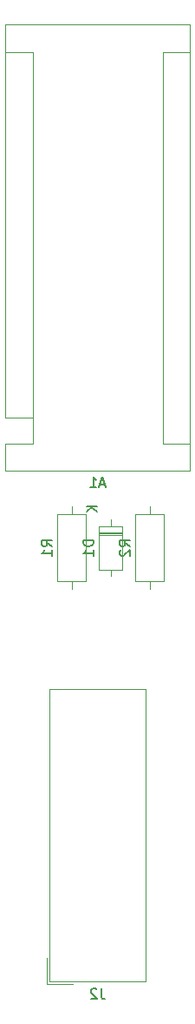
<source format=gbo>
G04 #@! TF.GenerationSoftware,KiCad,Pcbnew,(5.1.2)-2*
G04 #@! TF.CreationDate,2019-07-05T08:21:06+01:00*
G04 #@! TF.ProjectId,mod_synth_clk,6d6f645f-7379-46e7-9468-5f636c6b2e6b,rev?*
G04 #@! TF.SameCoordinates,Original*
G04 #@! TF.FileFunction,Legend,Bot*
G04 #@! TF.FilePolarity,Positive*
%FSLAX46Y46*%
G04 Gerber Fmt 4.6, Leading zero omitted, Abs format (unit mm)*
G04 Created by KiCad (PCBNEW (5.1.2)-2) date 2019-07-05 08:21:06*
%MOMM*%
%LPD*%
G04 APERTURE LIST*
%ADD10C,0.120000*%
%ADD11C,0.150000*%
G04 APERTURE END LIST*
D10*
X42065000Y-122440000D02*
X44605000Y-122440000D01*
X42065000Y-122440000D02*
X42065000Y-119900000D01*
X42315000Y-122190000D02*
X51665000Y-122190000D01*
X42315000Y-93710000D02*
X42315000Y-122190000D01*
X51665000Y-93710000D02*
X42315000Y-93710000D01*
X51665000Y-122190000D02*
X51665000Y-93710000D01*
X52070000Y-84050000D02*
X52070000Y-83280000D01*
X52070000Y-75970000D02*
X52070000Y-76740000D01*
X50700000Y-83280000D02*
X50700000Y-76740000D01*
X53440000Y-83280000D02*
X50700000Y-83280000D01*
X53440000Y-76740000D02*
X53440000Y-83280000D01*
X50700000Y-76740000D02*
X53440000Y-76740000D01*
X44450000Y-84050000D02*
X44450000Y-83280000D01*
X44450000Y-75970000D02*
X44450000Y-76740000D01*
X43080000Y-83280000D02*
X43080000Y-76740000D01*
X45820000Y-83280000D02*
X43080000Y-83280000D01*
X45820000Y-76740000D02*
X45820000Y-83280000D01*
X43080000Y-76740000D02*
X45820000Y-76740000D01*
X47140000Y-78490000D02*
X49380000Y-78490000D01*
X47140000Y-78730000D02*
X49380000Y-78730000D01*
X47140000Y-78610000D02*
X49380000Y-78610000D01*
X48260000Y-82780000D02*
X48260000Y-82130000D01*
X48260000Y-77240000D02*
X48260000Y-77890000D01*
X47140000Y-82130000D02*
X47140000Y-77890000D01*
X49380000Y-82130000D02*
X47140000Y-82130000D01*
X49380000Y-77890000D02*
X49380000Y-82130000D01*
X47140000Y-77890000D02*
X49380000Y-77890000D01*
X56010000Y-72520000D02*
X37970000Y-72520000D01*
X56010000Y-29080000D02*
X56010000Y-72520000D01*
X37970000Y-29080000D02*
X56010000Y-29080000D01*
X40640000Y-31750000D02*
X37970000Y-31750000D01*
X40640000Y-67310000D02*
X40640000Y-31750000D01*
X40640000Y-67310000D02*
X37970000Y-67310000D01*
X53340000Y-31750000D02*
X56010000Y-31750000D01*
X53340000Y-69850000D02*
X53340000Y-31750000D01*
X53340000Y-69850000D02*
X56010000Y-69850000D01*
X37970000Y-72520000D02*
X37970000Y-69850000D01*
X37970000Y-67310000D02*
X37970000Y-29080000D01*
X40640000Y-69850000D02*
X37970000Y-69850000D01*
X40640000Y-67310000D02*
X40640000Y-69850000D01*
D11*
X47323333Y-122896380D02*
X47323333Y-123610666D01*
X47370952Y-123753523D01*
X47466190Y-123848761D01*
X47609047Y-123896380D01*
X47704285Y-123896380D01*
X46894761Y-122991619D02*
X46847142Y-122944000D01*
X46751904Y-122896380D01*
X46513809Y-122896380D01*
X46418571Y-122944000D01*
X46370952Y-122991619D01*
X46323333Y-123086857D01*
X46323333Y-123182095D01*
X46370952Y-123324952D01*
X46942380Y-123896380D01*
X46323333Y-123896380D01*
X50152380Y-79843333D02*
X49676190Y-79510000D01*
X50152380Y-79271904D02*
X49152380Y-79271904D01*
X49152380Y-79652857D01*
X49200000Y-79748095D01*
X49247619Y-79795714D01*
X49342857Y-79843333D01*
X49485714Y-79843333D01*
X49580952Y-79795714D01*
X49628571Y-79748095D01*
X49676190Y-79652857D01*
X49676190Y-79271904D01*
X49247619Y-80224285D02*
X49200000Y-80271904D01*
X49152380Y-80367142D01*
X49152380Y-80605238D01*
X49200000Y-80700476D01*
X49247619Y-80748095D01*
X49342857Y-80795714D01*
X49438095Y-80795714D01*
X49580952Y-80748095D01*
X50152380Y-80176666D01*
X50152380Y-80795714D01*
X42532380Y-79843333D02*
X42056190Y-79510000D01*
X42532380Y-79271904D02*
X41532380Y-79271904D01*
X41532380Y-79652857D01*
X41580000Y-79748095D01*
X41627619Y-79795714D01*
X41722857Y-79843333D01*
X41865714Y-79843333D01*
X41960952Y-79795714D01*
X42008571Y-79748095D01*
X42056190Y-79652857D01*
X42056190Y-79271904D01*
X42532380Y-80795714D02*
X42532380Y-80224285D01*
X42532380Y-80510000D02*
X41532380Y-80510000D01*
X41675238Y-80414761D01*
X41770476Y-80319523D01*
X41818095Y-80224285D01*
X46592380Y-79271904D02*
X45592380Y-79271904D01*
X45592380Y-79510000D01*
X45640000Y-79652857D01*
X45735238Y-79748095D01*
X45830476Y-79795714D01*
X46020952Y-79843333D01*
X46163809Y-79843333D01*
X46354285Y-79795714D01*
X46449523Y-79748095D01*
X46544761Y-79652857D01*
X46592380Y-79510000D01*
X46592380Y-79271904D01*
X46592380Y-80795714D02*
X46592380Y-80224285D01*
X46592380Y-80510000D02*
X45592380Y-80510000D01*
X45735238Y-80414761D01*
X45830476Y-80319523D01*
X45878095Y-80224285D01*
X46912380Y-75938095D02*
X45912380Y-75938095D01*
X46912380Y-76509523D02*
X46340952Y-76080952D01*
X45912380Y-76509523D02*
X46483809Y-75938095D01*
X47704285Y-73826666D02*
X47228095Y-73826666D01*
X47799523Y-74112380D02*
X47466190Y-73112380D01*
X47132857Y-74112380D01*
X46275714Y-74112380D02*
X46847142Y-74112380D01*
X46561428Y-74112380D02*
X46561428Y-73112380D01*
X46656666Y-73255238D01*
X46751904Y-73350476D01*
X46847142Y-73398095D01*
M02*

</source>
